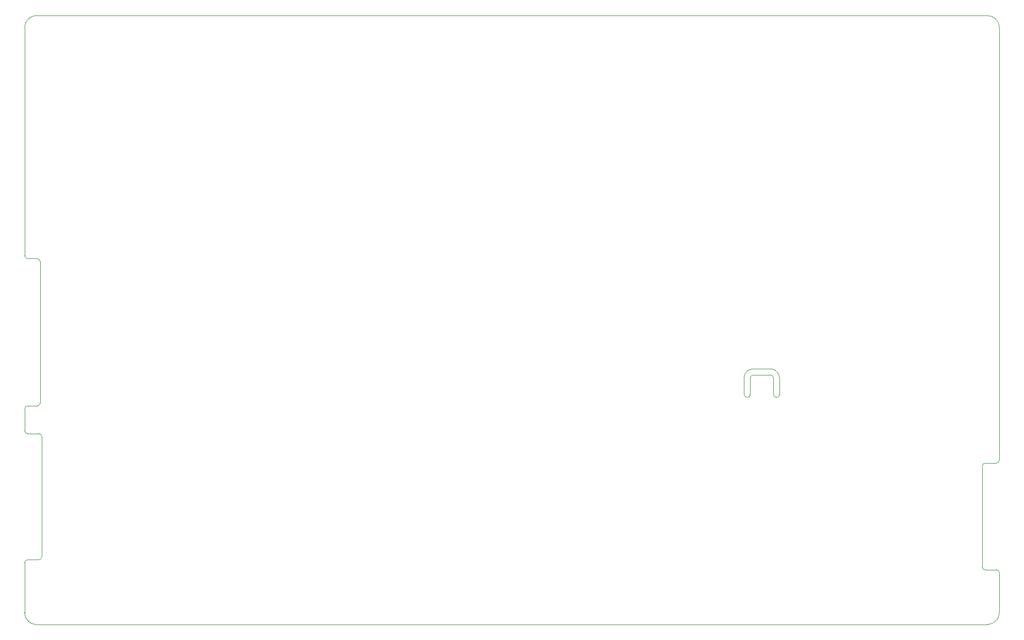
<source format=gbr>
%TF.GenerationSoftware,KiCad,Pcbnew,9.0.2*%
%TF.CreationDate,2025-05-19T09:59:29-04:00*%
%TF.ProjectId,mainBoard,6d61696e-426f-4617-9264-2e6b69636164,01*%
%TF.SameCoordinates,PX42c1d80PY2faf080*%
%TF.FileFunction,Profile,NP*%
%FSLAX46Y46*%
G04 Gerber Fmt 4.6, Leading zero omitted, Abs format (unit mm)*
G04 Created by KiCad (PCBNEW 9.0.2) date 2025-05-19 09:59:29*
%MOMM*%
%LPD*%
G01*
G04 APERTURE LIST*
%TA.AperFunction,Profile*%
%ADD10C,0.050000*%
%TD*%
%TA.AperFunction,Profile*%
%ADD11C,0.100000*%
%TD*%
G04 APERTURE END LIST*
D10*
X0Y-2000000D02*
G75*
G02*
X2000000Y0I2000000J0D01*
G01*
D11*
X122400000Y-58000000D02*
X119600001Y-58000000D01*
X119100000Y-59500000D02*
G75*
G02*
X119600000Y-59000000I500000J0D01*
G01*
D10*
X2550000Y-63600000D02*
X2550000Y-40400000D01*
X2050000Y-39900000D02*
G75*
G02*
X2550000Y-40400000I0J-500000D01*
G01*
X0Y-89850000D02*
G75*
G02*
X500000Y-89350000I500000J0D01*
G01*
D11*
X119600000Y-59000000D02*
X122400000Y-59000000D01*
D10*
X157150000Y-74000000D02*
G75*
G02*
X157650000Y-73500000I500000J0D01*
G01*
D11*
X122400000Y-58000000D02*
G75*
G02*
X123900000Y-59500000I0J-1500000D01*
G01*
D10*
X0Y-89850000D02*
X0Y-98000000D01*
X0Y-64600000D02*
G75*
G02*
X500000Y-64100000I500000J0D01*
G01*
X2000000Y-100000000D02*
X158000000Y-100000000D01*
D11*
X123900000Y-62200000D02*
G75*
G02*
X122900000Y-62200000I-500000J0D01*
G01*
D10*
X500000Y-39900000D02*
G75*
G02*
X0Y-39400000I0J500000D01*
G01*
X159500000Y-91000000D02*
X157650000Y-91000000D01*
X2000000Y-100000000D02*
G75*
G02*
X0Y-98000000I0J2000000D01*
G01*
X2350000Y-68650000D02*
X500000Y-68650000D01*
X159500000Y-73500000D02*
X157650000Y-73500000D01*
D11*
X119100000Y-62200000D02*
G75*
G02*
X118100000Y-62200000I-500000J0D01*
G01*
D10*
X160000000Y-98000000D02*
G75*
G02*
X158000000Y-100000000I-2000000J0D01*
G01*
D11*
X123900000Y-59500000D02*
X123900000Y-62200000D01*
D10*
X160000000Y-91500000D02*
X160000000Y-98000000D01*
X159500000Y-91000000D02*
G75*
G02*
X160000000Y-91500000I0J-500000D01*
G01*
X2050000Y-39900000D02*
X500000Y-39900000D01*
D11*
X122900000Y-59500000D02*
X122900000Y-62200000D01*
X118100000Y-59500000D02*
X118100000Y-62200000D01*
X122400000Y-59000000D02*
G75*
G02*
X122900000Y-59500000I0J-500000D01*
G01*
D10*
X160000000Y-73000000D02*
G75*
G02*
X159500000Y-73500000I-500000J0D01*
G01*
X0Y-68150000D02*
X0Y-64600000D01*
D11*
X118100000Y-59500000D02*
G75*
G02*
X119600001Y-58000000I1500000J0D01*
G01*
D10*
X2850000Y-88850000D02*
G75*
G02*
X2350000Y-89350000I-500000J0D01*
G01*
X157150000Y-74000000D02*
X157150000Y-90500000D01*
X500000Y-68650000D02*
G75*
G02*
X0Y-68150000I0J500000D01*
G01*
X160000000Y-73000000D02*
X160000000Y-2000000D01*
X2850000Y-88850000D02*
X2850000Y-69150000D01*
X2350000Y-89350000D02*
X500000Y-89350000D01*
X158000000Y0D02*
X2000000Y0D01*
X2050000Y-64100000D02*
X500000Y-64100000D01*
X157650000Y-91000000D02*
G75*
G02*
X157150000Y-90500000I0J500000D01*
G01*
X2550000Y-63600000D02*
G75*
G02*
X2050000Y-64100000I-500000J0D01*
G01*
D11*
X119100000Y-59500000D02*
X119100000Y-62200000D01*
D10*
X0Y-39400000D02*
X0Y-2000000D01*
X2350000Y-68650000D02*
G75*
G02*
X2850000Y-69150000I0J-500000D01*
G01*
X158000000Y0D02*
G75*
G02*
X160000000Y-2000000I0J-2000000D01*
G01*
M02*

</source>
